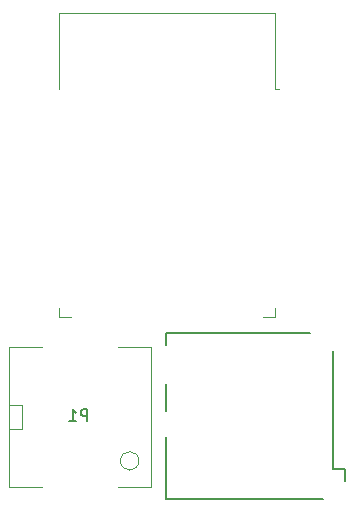
<source format=gbr>
%TF.GenerationSoftware,KiCad,Pcbnew,(6.0.1)*%
%TF.CreationDate,2022-03-18T07:57:27+01:00*%
%TF.ProjectId,trick-tracker,74726963-6b2d-4747-9261-636b65722e6b,rev?*%
%TF.SameCoordinates,Original*%
%TF.FileFunction,Legend,Bot*%
%TF.FilePolarity,Positive*%
%FSLAX46Y46*%
G04 Gerber Fmt 4.6, Leading zero omitted, Abs format (unit mm)*
G04 Created by KiCad (PCBNEW (6.0.1)) date 2022-03-18 07:57:27*
%MOMM*%
%LPD*%
G01*
G04 APERTURE LIST*
%ADD10C,0.150000*%
%ADD11C,0.200000*%
%ADD12C,0.120000*%
G04 APERTURE END LIST*
D10*
%TO.C,P1*%
X138787095Y-123896380D02*
X138787095Y-122896380D01*
X138406142Y-122896380D01*
X138310904Y-122944000D01*
X138263285Y-122991619D01*
X138215666Y-123086857D01*
X138215666Y-123229714D01*
X138263285Y-123324952D01*
X138310904Y-123372571D01*
X138406142Y-123420190D01*
X138787095Y-123420190D01*
X137263285Y-123896380D02*
X137834714Y-123896380D01*
X137549000Y-123896380D02*
X137549000Y-122896380D01*
X137644238Y-123039238D01*
X137739476Y-123134476D01*
X137834714Y-123182095D01*
D11*
%TO.C,J4*%
X145435000Y-130444000D02*
X145435000Y-125244000D01*
X159635000Y-117944000D02*
X159635000Y-127944000D01*
X160635000Y-127944000D02*
X160635000Y-128944000D01*
X159635000Y-127944000D02*
X160635000Y-127944000D01*
X145435000Y-117444000D02*
X145435000Y-116444000D01*
X145435000Y-123044000D02*
X145435000Y-120744000D01*
X158735000Y-130444000D02*
X145435000Y-130444000D01*
X145435000Y-116444000D02*
X157635000Y-116444000D01*
D12*
%TO.C,P1*%
X133276000Y-124544000D02*
X133276000Y-122544000D01*
X132176000Y-124544000D02*
X133276000Y-124544000D01*
X144176000Y-129444000D02*
X144176000Y-117644000D01*
X132176000Y-117644000D02*
X134976000Y-117644000D01*
X134976000Y-129444000D02*
X132176000Y-129444000D01*
X141376000Y-129444000D02*
X144176000Y-129444000D01*
X133276000Y-122544000D02*
X132176000Y-122544000D01*
X132176000Y-129444000D02*
X132176000Y-117644000D01*
X144176000Y-117644000D02*
X141376000Y-117644000D01*
X143157025Y-127244000D02*
G75*
G03*
X143157025Y-127244000I-781025J0D01*
G01*
%TO.C,U3*%
X154662000Y-115079000D02*
X153662000Y-115079000D01*
X154662000Y-95754000D02*
X155042000Y-95754000D01*
X154662000Y-89334000D02*
X136422000Y-89334000D01*
X154662000Y-89334000D02*
X154662000Y-95754000D01*
X136422000Y-114299000D02*
X136422000Y-115079000D01*
X154662000Y-114299000D02*
X154662000Y-115079000D01*
X136422000Y-115079000D02*
X137422000Y-115079000D01*
X136422000Y-89334000D02*
X136422000Y-95754000D01*
%TD*%
M02*

</source>
